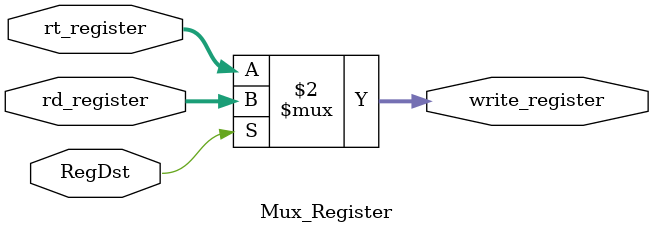
<source format=v>
module Mux_Register(RegDst,rt_register, rd_register, write_register);

	input RegDst;
	input [4:0]rt_register,rd_register;
	output [4:0] write_register;

	assign write_register = (RegDst == 1'b1) ? rd_register : rt_register;

endmodule



</source>
